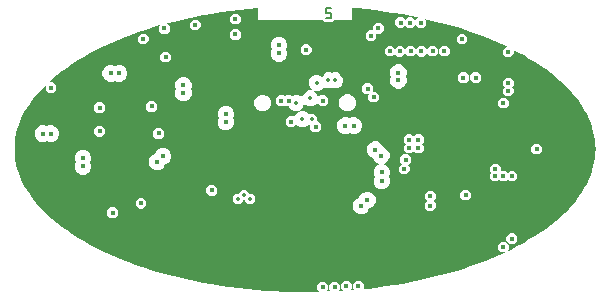
<source format=gtl>
G04 EAGLE Gerber RS-274X export*
G75*
%MOMM*%
%FSLAX34Y34*%
%LPD*%
%IN8_Layer_5*%
%IPPOS*%
%AMOC8*
5,1,8,0,0,1.08239X$1,22.5*%
G01*
%ADD10C,0.152400*%
%ADD11C,0.800000*%
%ADD12C,0.500000*%
%ADD13C,0.550000*%
%ADD14C,0.400000*%
%ADD15C,0.350000*%

G36*
X255872Y4035D02*
X255872Y4035D01*
X255873Y4035D01*
X262466Y4165D01*
X262467Y4166D01*
X262469Y4166D01*
X262469Y4168D01*
X262471Y4170D01*
X262469Y4171D01*
X262469Y4174D01*
X260505Y6138D01*
X260505Y9862D01*
X263138Y12495D01*
X266862Y12495D01*
X269495Y9862D01*
X269495Y6138D01*
X267698Y4341D01*
X267698Y4339D01*
X267696Y4338D01*
X267697Y4336D01*
X267697Y4334D01*
X267700Y4334D01*
X267701Y4332D01*
X271505Y4467D01*
X272131Y4500D01*
X272133Y4501D01*
X272134Y4501D01*
X272134Y4503D01*
X272136Y4504D01*
X272135Y4506D01*
X272135Y4508D01*
X270505Y6138D01*
X270505Y9862D01*
X273138Y12495D01*
X276862Y12495D01*
X279495Y9862D01*
X279495Y6138D01*
X278177Y4820D01*
X278177Y4818D01*
X278175Y4816D01*
X278176Y4815D01*
X278176Y4813D01*
X278179Y4813D01*
X278181Y4811D01*
X279293Y4868D01*
X282543Y5088D01*
X282545Y5089D01*
X282546Y5089D01*
X282546Y5091D01*
X282548Y5092D01*
X282546Y5094D01*
X282547Y5096D01*
X280505Y7138D01*
X280505Y10862D01*
X283138Y13495D01*
X286862Y13495D01*
X289495Y10862D01*
X289495Y7138D01*
X287823Y5465D01*
X287822Y5463D01*
X287821Y5462D01*
X287822Y5461D01*
X287822Y5459D01*
X287825Y5459D01*
X287826Y5457D01*
X291839Y5793D01*
X291840Y5794D01*
X291841Y5794D01*
X291841Y5795D01*
X291843Y5797D01*
X291842Y5799D01*
X291842Y5801D01*
X290505Y7138D01*
X290505Y10862D01*
X293138Y13495D01*
X296862Y13495D01*
X299495Y10862D01*
X299495Y7138D01*
X298807Y6450D01*
X298807Y6448D01*
X298806Y6447D01*
X298807Y6446D01*
X298807Y6444D01*
X298809Y6443D01*
X298811Y6442D01*
X302448Y6805D01*
X310069Y7693D01*
X317631Y8701D01*
X325124Y9827D01*
X332539Y11071D01*
X339871Y12431D01*
X347111Y13905D01*
X354253Y15493D01*
X354254Y15493D01*
X361289Y17192D01*
X368214Y19001D01*
X375016Y20917D01*
X381690Y22939D01*
X388232Y25064D01*
X394633Y27290D01*
X400886Y29615D01*
X406985Y32036D01*
X412924Y34550D01*
X418698Y37155D01*
X419407Y37495D01*
X419408Y37498D01*
X419409Y37499D01*
X419409Y37500D01*
X419409Y37501D01*
X419406Y37503D01*
X419404Y37505D01*
X416138Y37505D01*
X413505Y40138D01*
X413505Y43862D01*
X416138Y46495D01*
X419862Y46495D01*
X422495Y43862D01*
X422495Y40138D01*
X420286Y37929D01*
X420286Y37927D01*
X420285Y37926D01*
X420286Y37926D01*
X420285Y37924D01*
X420286Y37923D01*
X420285Y37922D01*
X420289Y37922D01*
X420290Y37921D01*
X420291Y37921D01*
X420292Y37921D01*
X424299Y39847D01*
X429724Y42624D01*
X434963Y45482D01*
X440015Y48418D01*
X444871Y51428D01*
X444872Y51428D01*
X449531Y54510D01*
X449531Y54511D01*
X453986Y57659D01*
X458234Y60872D01*
X462268Y64144D01*
X462269Y64144D01*
X466088Y67472D01*
X469687Y70851D01*
X469688Y70851D01*
X473064Y74277D01*
X476216Y77747D01*
X479139Y81256D01*
X481831Y84799D01*
X484291Y88373D01*
X484292Y88373D01*
X486518Y91973D01*
X488511Y95596D01*
X490268Y99236D01*
X490268Y99237D01*
X491790Y102893D01*
X491791Y102893D01*
X493077Y106561D01*
X493077Y106562D01*
X493078Y106562D01*
X494130Y110239D01*
X494947Y113924D01*
X495531Y117614D01*
X495881Y121306D01*
X495998Y125000D01*
X495881Y128694D01*
X495531Y132386D01*
X494947Y136076D01*
X494130Y139761D01*
X493078Y143438D01*
X493077Y143439D01*
X491791Y147107D01*
X491790Y147107D01*
X490268Y150763D01*
X490268Y150764D01*
X488511Y154404D01*
X486518Y158027D01*
X484292Y161627D01*
X484291Y161627D01*
X481831Y165201D01*
X479139Y168744D01*
X476216Y172253D01*
X473064Y175723D01*
X469688Y179149D01*
X469687Y179149D01*
X466088Y182528D01*
X462269Y185856D01*
X462268Y185856D01*
X458234Y189128D01*
X453986Y192341D01*
X449531Y195489D01*
X449531Y195490D01*
X444871Y198572D01*
X440015Y201582D01*
X434963Y204518D01*
X429724Y207376D01*
X426182Y209189D01*
X426179Y209189D01*
X426176Y209189D01*
X426176Y209188D01*
X426175Y209188D01*
X426176Y209185D01*
X426176Y209184D01*
X426176Y209181D01*
X426495Y208862D01*
X426495Y205138D01*
X423862Y202505D01*
X420138Y202505D01*
X417505Y205138D01*
X417505Y208862D01*
X420138Y211495D01*
X421485Y211495D01*
X421487Y211497D01*
X421489Y211497D01*
X421489Y211499D01*
X421490Y211500D01*
X421488Y211502D01*
X421487Y211505D01*
X418698Y212845D01*
X412924Y215450D01*
X406985Y217964D01*
X400886Y220385D01*
X394633Y222710D01*
X388232Y224936D01*
X381690Y227061D01*
X375016Y229083D01*
X368213Y230999D01*
X361289Y232808D01*
X354254Y234507D01*
X351180Y235190D01*
X351179Y235190D01*
X351178Y235189D01*
X351176Y235190D01*
X351175Y235188D01*
X351174Y235187D01*
X351175Y235186D01*
X351174Y235186D01*
X351175Y235184D01*
X351175Y235182D01*
X352495Y233862D01*
X352495Y230138D01*
X349862Y227505D01*
X346138Y227505D01*
X343504Y230139D01*
X343497Y230140D01*
X343497Y230139D01*
X343496Y230139D01*
X340862Y227505D01*
X337138Y227505D01*
X335004Y229639D01*
X335001Y229639D01*
X335001Y229640D01*
X334999Y229640D01*
X334997Y229640D01*
X334997Y229639D01*
X334996Y229639D01*
X332862Y227505D01*
X329138Y227505D01*
X326505Y230138D01*
X326505Y233862D01*
X329138Y236495D01*
X332862Y236495D01*
X334996Y234361D01*
X334999Y234361D01*
X334999Y234360D01*
X335001Y234360D01*
X335003Y234360D01*
X335003Y234361D01*
X335004Y234361D01*
X337138Y236495D01*
X340862Y236495D01*
X343496Y233861D01*
X343503Y233860D01*
X343503Y233861D01*
X343504Y233861D01*
X345964Y236321D01*
X345964Y236322D01*
X345965Y236323D01*
X345964Y236324D01*
X345964Y236327D01*
X345962Y236327D01*
X345961Y236329D01*
X339871Y237569D01*
X332539Y238929D01*
X325124Y240173D01*
X317632Y241299D01*
X317631Y241299D01*
X310069Y242307D01*
X302448Y243195D01*
X294772Y243962D01*
X290000Y244361D01*
X289995Y244357D01*
X289996Y244357D01*
X289995Y244356D01*
X289995Y234005D01*
X274102Y234005D01*
X274101Y234003D01*
X274099Y234004D01*
X272600Y232505D01*
X266296Y232505D01*
X264798Y234004D01*
X264795Y234004D01*
X264794Y234005D01*
X210005Y234005D01*
X210005Y244365D01*
X210001Y244369D01*
X210000Y244369D01*
X210000Y244370D01*
X209973Y244367D01*
X209907Y244363D01*
X209841Y244358D01*
X209776Y244353D01*
X209775Y244353D01*
X209710Y244348D01*
X209644Y244343D01*
X209578Y244338D01*
X209513Y244333D01*
X209447Y244328D01*
X209381Y244323D01*
X209315Y244318D01*
X209250Y244313D01*
X209184Y244308D01*
X209118Y244303D01*
X209082Y244300D01*
X201384Y243594D01*
X193732Y242766D01*
X186141Y241818D01*
X178613Y240751D01*
X171159Y239566D01*
X163783Y238264D01*
X156497Y236846D01*
X149306Y235315D01*
X149305Y235315D01*
X142214Y233671D01*
X142213Y233671D01*
X135234Y231917D01*
X133045Y231323D01*
X133044Y231322D01*
X133043Y231322D01*
X133043Y231320D01*
X133041Y231318D01*
X133043Y231317D01*
X133042Y231315D01*
X135495Y228862D01*
X135495Y225138D01*
X132862Y222505D01*
X129138Y222505D01*
X126505Y225138D01*
X126505Y228862D01*
X127406Y229763D01*
X127406Y229765D01*
X127407Y229767D01*
X127406Y229768D01*
X127406Y229770D01*
X127403Y229770D01*
X127401Y229771D01*
X121631Y228085D01*
X115022Y226012D01*
X115022Y226011D01*
X108550Y223835D01*
X102222Y221559D01*
X96045Y219186D01*
X90024Y216718D01*
X84167Y214159D01*
X78479Y211510D01*
X72967Y208775D01*
X72966Y208775D01*
X67634Y205957D01*
X62487Y203060D01*
X57532Y200086D01*
X52774Y197039D01*
X48216Y193923D01*
X43864Y190742D01*
X39722Y187500D01*
X35795Y184199D01*
X32084Y180845D01*
X28596Y177442D01*
X28596Y177441D01*
X25332Y173993D01*
X22294Y170503D01*
X19486Y166977D01*
X19486Y166976D01*
X16910Y163418D01*
X14566Y159830D01*
X12456Y156219D01*
X12456Y156218D01*
X10581Y152586D01*
X8941Y148937D01*
X8941Y148936D01*
X7537Y145274D01*
X7536Y145274D01*
X6367Y141601D01*
X5432Y137919D01*
X4731Y134232D01*
X4732Y134232D01*
X4731Y134232D01*
X4731Y134231D01*
X4731Y134226D01*
X4730Y134221D01*
X4729Y134216D01*
X4726Y134191D01*
X4726Y134186D01*
X4725Y134181D01*
X4724Y134176D01*
X4724Y134171D01*
X4720Y134141D01*
X4719Y134136D01*
X4719Y134131D01*
X4718Y134126D01*
X4714Y134097D01*
X4714Y134092D01*
X4713Y134087D01*
X4712Y134082D01*
X4712Y134077D01*
X4709Y134052D01*
X4708Y134047D01*
X4707Y134042D01*
X4707Y134037D01*
X4706Y134032D01*
X4702Y134002D01*
X4702Y133997D01*
X4701Y133992D01*
X4701Y133987D01*
X4697Y133958D01*
X4697Y133957D01*
X4696Y133953D01*
X4696Y133952D01*
X4696Y133948D01*
X4695Y133948D01*
X4696Y133948D01*
X4695Y133943D01*
X4694Y133938D01*
X4691Y133913D01*
X4690Y133908D01*
X4690Y133903D01*
X4689Y133898D01*
X4689Y133893D01*
X4685Y133868D01*
X4685Y133863D01*
X4684Y133858D01*
X4684Y133853D01*
X4683Y133848D01*
X4679Y133818D01*
X4679Y133813D01*
X4678Y133808D01*
X4677Y133803D01*
X4674Y133774D01*
X4673Y133774D01*
X4674Y133774D01*
X4673Y133769D01*
X4672Y133764D01*
X4672Y133759D01*
X4671Y133754D01*
X4668Y133729D01*
X4667Y133724D01*
X4667Y133719D01*
X4666Y133714D01*
X4665Y133709D01*
X4662Y133679D01*
X4661Y133674D01*
X4660Y133669D01*
X4660Y133664D01*
X4656Y133635D01*
X4656Y133634D01*
X4655Y133630D01*
X4655Y133625D01*
X4654Y133620D01*
X4653Y133615D01*
X4650Y133590D01*
X4650Y133585D01*
X4649Y133580D01*
X4648Y133575D01*
X4648Y133570D01*
X4644Y133540D01*
X4643Y133535D01*
X4643Y133530D01*
X4642Y133525D01*
X4638Y133495D01*
X4638Y133490D01*
X4637Y133485D01*
X4636Y133481D01*
X4636Y133480D01*
X4636Y133476D01*
X4636Y133475D01*
X4633Y133451D01*
X4632Y133446D01*
X4631Y133441D01*
X4631Y133436D01*
X4630Y133431D01*
X4626Y133401D01*
X4626Y133396D01*
X4625Y133391D01*
X4625Y133386D01*
X4624Y133386D01*
X4625Y133386D01*
X4621Y133356D01*
X4620Y133351D01*
X4619Y133346D01*
X4619Y133341D01*
X4618Y133336D01*
X4615Y133312D01*
X4614Y133307D01*
X4614Y133302D01*
X4613Y133297D01*
X4613Y133292D01*
X4609Y133262D01*
X4608Y133257D01*
X4608Y133252D01*
X4607Y133247D01*
X4603Y133217D01*
X4603Y133212D01*
X4602Y133212D01*
X4603Y133212D01*
X4602Y133207D01*
X4601Y133202D01*
X4601Y133197D01*
X4597Y133172D01*
X4597Y133167D01*
X4596Y133163D01*
X4596Y133162D01*
X4596Y133158D01*
X4596Y133157D01*
X4595Y133153D01*
X4591Y133123D01*
X4591Y133118D01*
X4590Y133113D01*
X4589Y133108D01*
X4586Y133078D01*
X4585Y133073D01*
X4584Y133068D01*
X4584Y133063D01*
X4580Y133033D01*
X4579Y133028D01*
X4579Y133023D01*
X4578Y133018D01*
X4577Y133013D01*
X4574Y132989D01*
X4574Y132984D01*
X4573Y132979D01*
X4572Y132974D01*
X4572Y132969D01*
X4568Y132939D01*
X4567Y132934D01*
X4567Y132929D01*
X4566Y132924D01*
X4562Y132894D01*
X4562Y132889D01*
X4561Y132884D01*
X4560Y132879D01*
X4560Y132874D01*
X4557Y132849D01*
X4556Y132845D01*
X4556Y132844D01*
X4555Y132840D01*
X4555Y132839D01*
X4555Y132835D01*
X4554Y132830D01*
X4550Y132800D01*
X4550Y132795D01*
X4549Y132790D01*
X4548Y132785D01*
X4545Y132755D01*
X4544Y132750D01*
X4543Y132745D01*
X4543Y132740D01*
X4542Y132735D01*
X4539Y132710D01*
X4538Y132705D01*
X4538Y132700D01*
X4537Y132695D01*
X4537Y132690D01*
X4533Y132661D01*
X4532Y132656D01*
X4532Y132651D01*
X4531Y132651D01*
X4532Y132651D01*
X4531Y132646D01*
X4527Y132616D01*
X4526Y132611D01*
X4526Y132606D01*
X4525Y132601D01*
X4525Y132596D01*
X4521Y132571D01*
X4521Y132566D01*
X4520Y132561D01*
X4520Y132556D01*
X4519Y132551D01*
X4515Y132522D01*
X4515Y132521D01*
X4515Y132517D01*
X4514Y132512D01*
X4513Y132507D01*
X4510Y132477D01*
X4509Y132477D01*
X4510Y132477D01*
X4509Y132472D01*
X4508Y132467D01*
X4508Y132462D01*
X4507Y132457D01*
X4504Y132432D01*
X4503Y132427D01*
X4503Y132422D01*
X4502Y132417D01*
X4501Y132412D01*
X4498Y132382D01*
X4497Y132377D01*
X4496Y132372D01*
X4496Y132368D01*
X4496Y132367D01*
X4492Y132338D01*
X4491Y132333D01*
X4491Y132328D01*
X4490Y132323D01*
X4486Y132293D01*
X4486Y132288D01*
X4485Y132283D01*
X4484Y132278D01*
X4484Y132273D01*
X4481Y132248D01*
X4480Y132243D01*
X4479Y132238D01*
X4479Y132233D01*
X4478Y132228D01*
X4474Y132199D01*
X4474Y132194D01*
X4473Y132189D01*
X4472Y132184D01*
X4469Y132154D01*
X4468Y132149D01*
X4467Y132144D01*
X4467Y132139D01*
X4466Y132134D01*
X4463Y132109D01*
X4462Y132104D01*
X4462Y132099D01*
X4461Y132094D01*
X4461Y132089D01*
X4460Y132089D01*
X4457Y132059D01*
X4456Y132054D01*
X4455Y132050D01*
X4455Y132049D01*
X4455Y132045D01*
X4455Y132044D01*
X4451Y132015D01*
X4450Y132010D01*
X4450Y132005D01*
X4449Y132000D01*
X4449Y131995D01*
X4445Y131970D01*
X4445Y131965D01*
X4444Y131960D01*
X4444Y131955D01*
X4443Y131950D01*
X4439Y131920D01*
X4439Y131915D01*
X4438Y131915D01*
X4439Y131915D01*
X4438Y131910D01*
X4437Y131905D01*
X4433Y131876D01*
X4433Y131871D01*
X4432Y131866D01*
X4432Y131861D01*
X4431Y131856D01*
X4428Y131831D01*
X4427Y131826D01*
X4427Y131821D01*
X4426Y131816D01*
X4425Y131811D01*
X4422Y131781D01*
X4421Y131776D01*
X4420Y131771D01*
X4420Y131766D01*
X4416Y131736D01*
X4415Y131732D01*
X4415Y131731D01*
X4415Y131727D01*
X4415Y131726D01*
X4414Y131722D01*
X4413Y131717D01*
X4410Y131692D01*
X4410Y131687D01*
X4409Y131682D01*
X4408Y131677D01*
X4408Y131672D01*
X4404Y131642D01*
X4403Y131637D01*
X4403Y131632D01*
X4402Y131627D01*
X4398Y131597D01*
X4398Y131592D01*
X4397Y131587D01*
X4396Y131582D01*
X4393Y131553D01*
X4392Y131548D01*
X4391Y131543D01*
X4391Y131538D01*
X4390Y131533D01*
X4387Y131508D01*
X4386Y131503D01*
X4386Y131498D01*
X4385Y131493D01*
X4384Y131488D01*
X4381Y131458D01*
X4380Y131453D01*
X4379Y131448D01*
X4379Y131443D01*
X4375Y131414D01*
X4375Y131413D01*
X4374Y131409D01*
X4374Y131408D01*
X4374Y131404D01*
X4373Y131399D01*
X4373Y131394D01*
X4369Y131369D01*
X4369Y131364D01*
X4368Y131359D01*
X4368Y131354D01*
X4367Y131354D01*
X4368Y131354D01*
X4367Y131349D01*
X4363Y131319D01*
X4362Y131314D01*
X4362Y131309D01*
X4361Y131304D01*
X4357Y131274D01*
X4357Y131269D01*
X4356Y131264D01*
X4356Y131259D01*
X4355Y131255D01*
X4355Y131254D01*
X4352Y131230D01*
X4351Y131225D01*
X4351Y131220D01*
X4350Y131215D01*
X4349Y131210D01*
X4346Y131180D01*
X4345Y131180D01*
X4346Y131180D01*
X4345Y131175D01*
X4344Y131170D01*
X4344Y131165D01*
X4340Y131135D01*
X4339Y131130D01*
X4339Y131125D01*
X4338Y131120D01*
X4337Y131115D01*
X4334Y131091D01*
X4334Y131090D01*
X4334Y131086D01*
X4333Y131081D01*
X4332Y131076D01*
X4332Y131071D01*
X4328Y131041D01*
X4327Y131036D01*
X4327Y131031D01*
X4326Y131026D01*
X4322Y130996D01*
X4322Y130991D01*
X4321Y130986D01*
X4320Y130981D01*
X4320Y130976D01*
X4317Y130951D01*
X4316Y130946D01*
X4315Y130941D01*
X4315Y130937D01*
X4315Y130936D01*
X4314Y130932D01*
X4314Y130931D01*
X4310Y130902D01*
X4310Y130897D01*
X4309Y130892D01*
X4308Y130887D01*
X4305Y130857D01*
X4304Y130852D01*
X4303Y130847D01*
X4303Y130842D01*
X4299Y130812D01*
X4298Y130807D01*
X4298Y130802D01*
X4297Y130797D01*
X4297Y130792D01*
X4296Y130792D01*
X4293Y130768D01*
X4293Y130763D01*
X4292Y130758D01*
X4291Y130753D01*
X4291Y130748D01*
X4287Y130718D01*
X4286Y130713D01*
X4286Y130708D01*
X4285Y130703D01*
X4281Y130673D01*
X4281Y130668D01*
X4280Y130663D01*
X4280Y130658D01*
X4279Y130653D01*
X4276Y130628D01*
X4275Y130623D01*
X4275Y130619D01*
X4274Y130618D01*
X4275Y130618D01*
X4274Y130614D01*
X4274Y130613D01*
X4273Y130609D01*
X4269Y130579D01*
X4269Y130574D01*
X4268Y130569D01*
X4268Y130564D01*
X4265Y130540D01*
X4264Y130534D01*
X4264Y130529D01*
X4264Y130524D01*
X4257Y130415D01*
X4256Y130410D01*
X4256Y130405D01*
X4249Y130296D01*
X4249Y130295D01*
X4249Y130291D01*
X4249Y130286D01*
X4242Y130176D01*
X4241Y130171D01*
X4241Y130166D01*
X4241Y130161D01*
X4234Y130057D01*
X4234Y130052D01*
X4233Y130047D01*
X4233Y130042D01*
X4227Y129938D01*
X4226Y129933D01*
X4226Y129928D01*
X4226Y129923D01*
X4219Y129819D01*
X4219Y129818D01*
X4219Y129814D01*
X4218Y129809D01*
X4218Y129804D01*
X4212Y129699D01*
X4211Y129699D01*
X4212Y129699D01*
X4211Y129694D01*
X4211Y129689D01*
X4211Y129684D01*
X4204Y129575D01*
X4203Y129570D01*
X4203Y129565D01*
X4196Y129456D01*
X4196Y129451D01*
X4196Y129446D01*
X4195Y129446D01*
X4189Y129337D01*
X4188Y129332D01*
X4188Y129327D01*
X4181Y129217D01*
X4181Y129212D01*
X4180Y129207D01*
X4174Y129098D01*
X4173Y129093D01*
X4173Y129088D01*
X4166Y128979D01*
X4166Y128974D01*
X4165Y128969D01*
X4158Y128860D01*
X4158Y128855D01*
X4158Y128850D01*
X4151Y128740D01*
X4151Y128735D01*
X4150Y128730D01*
X4143Y128621D01*
X4143Y128616D01*
X4143Y128611D01*
X4136Y128502D01*
X4136Y128497D01*
X4135Y128492D01*
X4128Y128383D01*
X4128Y128378D01*
X4128Y128373D01*
X4121Y128263D01*
X4121Y128258D01*
X4120Y128258D01*
X4121Y128258D01*
X4120Y128253D01*
X4113Y128144D01*
X4113Y128139D01*
X4113Y128134D01*
X4106Y128025D01*
X4105Y128020D01*
X4105Y128015D01*
X4098Y127906D01*
X4098Y127901D01*
X4098Y127896D01*
X4091Y127786D01*
X4090Y127781D01*
X4090Y127776D01*
X4083Y127667D01*
X4083Y127662D01*
X4083Y127657D01*
X4076Y127548D01*
X4075Y127543D01*
X4075Y127538D01*
X4068Y127429D01*
X4068Y127424D01*
X4067Y127419D01*
X4061Y127309D01*
X4060Y127304D01*
X4060Y127299D01*
X4053Y127190D01*
X4053Y127185D01*
X4052Y127180D01*
X4046Y127071D01*
X4045Y127071D01*
X4046Y127071D01*
X4045Y127066D01*
X4045Y127061D01*
X4038Y126952D01*
X4038Y126947D01*
X4037Y126942D01*
X4031Y126847D01*
X4032Y126847D01*
X4031Y126847D01*
X4031Y123153D01*
X4032Y123153D01*
X4031Y123153D01*
X4265Y119460D01*
X4731Y115768D01*
X4732Y115768D01*
X4731Y115768D01*
X5432Y112081D01*
X6367Y108399D01*
X7536Y104726D01*
X7537Y104726D01*
X8941Y101064D01*
X8941Y101063D01*
X10581Y97414D01*
X12456Y93782D01*
X12456Y93781D01*
X14566Y90170D01*
X16910Y86582D01*
X19486Y83024D01*
X19486Y83023D01*
X22294Y79497D01*
X25332Y76007D01*
X28596Y72559D01*
X28596Y72558D01*
X32084Y69155D01*
X35795Y65801D01*
X39722Y62500D01*
X43864Y59258D01*
X48216Y56077D01*
X52774Y52961D01*
X57532Y49914D01*
X62487Y46940D01*
X67634Y44043D01*
X72966Y41225D01*
X72967Y41225D01*
X78479Y38490D01*
X84167Y35841D01*
X90024Y33282D01*
X96045Y30814D01*
X102222Y28440D01*
X108550Y26165D01*
X115022Y23989D01*
X115022Y23988D01*
X121631Y21915D01*
X128371Y19945D01*
X135234Y18083D01*
X142213Y16329D01*
X149305Y14685D01*
X156497Y13154D01*
X163783Y11736D01*
X171159Y10434D01*
X178613Y9249D01*
X186141Y8182D01*
X193733Y7234D01*
X201384Y6406D01*
X209082Y5700D01*
X216823Y5115D01*
X224597Y4653D01*
X232397Y4313D01*
X240215Y4097D01*
X248043Y4004D01*
X255872Y4035D01*
G37*
%LPC*%
G36*
X241158Y157355D02*
X241158Y157355D01*
X238679Y158382D01*
X236782Y160279D01*
X236275Y161502D01*
X236272Y161503D01*
X236271Y161505D01*
X234138Y161505D01*
X233004Y162639D01*
X232997Y162640D01*
X232997Y162639D01*
X232996Y162639D01*
X231862Y161505D01*
X228138Y161505D01*
X225505Y164138D01*
X225505Y167862D01*
X228138Y170495D01*
X231862Y170495D01*
X232996Y169361D01*
X233003Y169360D01*
X233003Y169361D01*
X233004Y169361D01*
X234138Y170495D01*
X237862Y170495D01*
X238605Y169752D01*
X238612Y169751D01*
X238612Y169752D01*
X238613Y169752D01*
X238679Y169818D01*
X241158Y170845D01*
X243842Y170845D01*
X246321Y169818D01*
X247746Y168393D01*
X247748Y168393D01*
X247749Y168391D01*
X247751Y168393D01*
X247753Y168392D01*
X247753Y168395D01*
X247755Y168396D01*
X247755Y169206D01*
X248782Y171685D01*
X250679Y173582D01*
X253158Y174609D01*
X255842Y174609D01*
X258321Y173582D01*
X260218Y171685D01*
X261245Y169206D01*
X261245Y168614D01*
X261246Y168613D01*
X261246Y168611D01*
X261248Y168611D01*
X261250Y168609D01*
X261251Y168611D01*
X261254Y168611D01*
X263138Y170495D01*
X266862Y170495D01*
X269495Y167862D01*
X269495Y164138D01*
X266862Y161505D01*
X263138Y161505D01*
X260505Y164138D01*
X260505Y164710D01*
X260503Y164712D01*
X260502Y164714D01*
X260501Y164714D01*
X260500Y164715D01*
X260498Y164713D01*
X260495Y164712D01*
X260218Y164043D01*
X258321Y162146D01*
X255842Y161119D01*
X253158Y161119D01*
X250679Y162146D01*
X249254Y163571D01*
X249252Y163571D01*
X249251Y163573D01*
X249249Y163571D01*
X249247Y163572D01*
X249247Y163569D01*
X249245Y163568D01*
X249245Y162758D01*
X248218Y160279D01*
X246321Y158382D01*
X243842Y157355D01*
X241158Y157355D01*
G37*
%LPD*%
%LPC*%
G36*
X258658Y174255D02*
X258658Y174255D01*
X256179Y175282D01*
X254282Y177179D01*
X253255Y179658D01*
X253255Y182342D01*
X254282Y184821D01*
X256179Y186718D01*
X258658Y187745D01*
X261342Y187745D01*
X263821Y186718D01*
X263864Y186675D01*
X263865Y186675D01*
X263865Y186674D01*
X263867Y186675D01*
X263871Y186675D01*
X263871Y186676D01*
X263872Y186677D01*
X263932Y186821D01*
X265829Y188718D01*
X268308Y189745D01*
X270992Y189745D01*
X272498Y189121D01*
X272500Y189122D01*
X272502Y189121D01*
X274008Y189745D01*
X276692Y189745D01*
X279171Y188718D01*
X281068Y186821D01*
X282095Y184342D01*
X282095Y181658D01*
X281068Y179179D01*
X279171Y177282D01*
X276692Y176255D01*
X274008Y176255D01*
X272502Y176879D01*
X272500Y176878D01*
X272498Y176879D01*
X270992Y176255D01*
X268308Y176255D01*
X265829Y177282D01*
X265786Y177325D01*
X265785Y177325D01*
X265785Y177326D01*
X265783Y177325D01*
X265779Y177325D01*
X265779Y177324D01*
X265778Y177323D01*
X265718Y177179D01*
X263821Y175282D01*
X261342Y174255D01*
X258658Y174255D01*
G37*
%LPD*%
%LPC*%
G36*
X257138Y139505D02*
X257138Y139505D01*
X254505Y142138D01*
X254505Y145750D01*
X254500Y145755D01*
X254500Y145754D01*
X254500Y145755D01*
X254242Y145755D01*
X253340Y146656D01*
X253339Y146657D01*
X253338Y146656D01*
X253337Y146657D01*
X253336Y146656D01*
X253334Y146656D01*
X253334Y146655D01*
X253332Y146654D01*
X253218Y146379D01*
X251321Y144482D01*
X248842Y143455D01*
X246158Y143455D01*
X243679Y144482D01*
X242263Y145898D01*
X242256Y145899D01*
X242256Y145898D01*
X242255Y145898D01*
X239862Y143505D01*
X236138Y143505D01*
X233505Y146138D01*
X233505Y149862D01*
X236138Y152495D01*
X239862Y152495D01*
X240767Y151590D01*
X240768Y151590D01*
X240768Y151589D01*
X240770Y151590D01*
X240774Y151589D01*
X240774Y151591D01*
X240775Y151591D01*
X241782Y154021D01*
X243679Y155918D01*
X246158Y156945D01*
X248842Y156945D01*
X251321Y155918D01*
X253218Y154021D01*
X253449Y153463D01*
X253450Y153462D01*
X253452Y153461D01*
X253455Y153460D01*
X253456Y153461D01*
X253458Y153461D01*
X254242Y154245D01*
X257758Y154245D01*
X260245Y151758D01*
X260245Y148500D01*
X260250Y148495D01*
X260250Y148496D01*
X260250Y148495D01*
X260862Y148495D01*
X263495Y145862D01*
X263495Y142138D01*
X260862Y139505D01*
X257138Y139505D01*
G37*
%LPD*%
%LPC*%
G36*
X328638Y203205D02*
X328638Y203205D01*
X326104Y205739D01*
X326101Y205739D01*
X326100Y205740D01*
X326099Y205740D01*
X326097Y205740D01*
X326097Y205739D01*
X326096Y205739D01*
X323862Y203505D01*
X320138Y203505D01*
X317505Y206138D01*
X317505Y209862D01*
X320138Y212495D01*
X323862Y212495D01*
X326396Y209961D01*
X326403Y209960D01*
X326403Y209961D01*
X326404Y209961D01*
X328638Y212195D01*
X332362Y212195D01*
X334896Y209661D01*
X334898Y209661D01*
X334899Y209659D01*
X334901Y209661D01*
X334903Y209660D01*
X334903Y209663D01*
X334905Y209664D01*
X334905Y209862D01*
X337538Y212495D01*
X341262Y212495D01*
X343895Y209862D01*
X343895Y209564D01*
X343896Y209563D01*
X343896Y209561D01*
X343898Y209561D01*
X343900Y209559D01*
X343901Y209561D01*
X343904Y209561D01*
X346538Y212195D01*
X350262Y212195D01*
X352895Y209562D01*
X352895Y205838D01*
X350262Y203205D01*
X346538Y203205D01*
X343905Y205838D01*
X343905Y206136D01*
X343904Y206137D01*
X343904Y206139D01*
X343902Y206139D01*
X343900Y206141D01*
X343899Y206139D01*
X343896Y206139D01*
X341262Y203505D01*
X337538Y203505D01*
X335004Y206039D01*
X335002Y206039D01*
X335001Y206041D01*
X334999Y206039D01*
X334997Y206040D01*
X334997Y206037D01*
X334995Y206036D01*
X334995Y205838D01*
X332362Y203205D01*
X328638Y203205D01*
G37*
%LPD*%
%LPC*%
G36*
X313321Y112293D02*
X313321Y112293D01*
X310750Y113357D01*
X308782Y115325D01*
X307868Y117532D01*
X307866Y117533D01*
X307865Y117535D01*
X305659Y118449D01*
X303691Y120416D01*
X302626Y122987D01*
X302626Y125770D01*
X303691Y128341D01*
X305659Y130309D01*
X308230Y131374D01*
X311013Y131374D01*
X313584Y130309D01*
X315552Y128341D01*
X316466Y126135D01*
X316468Y126134D01*
X316468Y126132D01*
X318675Y125218D01*
X320643Y123250D01*
X321708Y120679D01*
X321708Y117896D01*
X320643Y115325D01*
X318675Y113357D01*
X316104Y112293D01*
X313321Y112293D01*
G37*
%LPD*%
%LPC*%
G36*
X296230Y69626D02*
X296230Y69626D01*
X293659Y70691D01*
X291691Y72659D01*
X290626Y75230D01*
X290626Y78013D01*
X291691Y80583D01*
X293659Y82551D01*
X295865Y83465D01*
X295866Y83467D01*
X295868Y83468D01*
X296782Y85675D01*
X298750Y87643D01*
X301321Y88707D01*
X304104Y88707D01*
X306675Y87643D01*
X308643Y85675D01*
X309708Y83104D01*
X309708Y80321D01*
X308643Y77750D01*
X306675Y75782D01*
X304468Y74868D01*
X304467Y74866D01*
X304465Y74865D01*
X303551Y72659D01*
X301584Y70691D01*
X299013Y69626D01*
X296230Y69626D01*
G37*
%LPD*%
%LPC*%
G36*
X313609Y90905D02*
X313609Y90905D01*
X311038Y91970D01*
X309070Y93938D01*
X308005Y96509D01*
X308005Y99291D01*
X308919Y101498D01*
X308918Y101500D01*
X308919Y101500D01*
X308918Y101501D01*
X308919Y101502D01*
X308005Y103709D01*
X308005Y106491D01*
X309070Y109062D01*
X311038Y111030D01*
X313609Y112095D01*
X316391Y112095D01*
X318962Y111030D01*
X320930Y109062D01*
X321995Y106491D01*
X321995Y103709D01*
X321081Y101502D01*
X321082Y101500D01*
X321081Y101498D01*
X321995Y99291D01*
X321995Y96509D01*
X320930Y93938D01*
X318962Y91970D01*
X316391Y90905D01*
X313609Y90905D01*
G37*
%LPD*%
%LPC*%
G36*
X84009Y182005D02*
X84009Y182005D01*
X81438Y183070D01*
X79470Y185038D01*
X78405Y187609D01*
X78405Y190391D01*
X79470Y192962D01*
X81438Y194930D01*
X84009Y195995D01*
X86791Y195995D01*
X88998Y195081D01*
X89000Y195082D01*
X89002Y195081D01*
X91209Y195995D01*
X93991Y195995D01*
X96562Y194930D01*
X98530Y192962D01*
X99595Y190391D01*
X99595Y187609D01*
X98530Y185038D01*
X96562Y183070D01*
X93991Y182005D01*
X91209Y182005D01*
X89002Y182919D01*
X89001Y182919D01*
X88999Y182919D01*
X88998Y182919D01*
X86791Y182005D01*
X84009Y182005D01*
G37*
%LPD*%
%LPC*%
G36*
X282759Y137705D02*
X282759Y137705D01*
X280188Y138770D01*
X278220Y140738D01*
X277155Y143309D01*
X277155Y146091D01*
X278220Y148662D01*
X280188Y150630D01*
X282759Y151695D01*
X285541Y151695D01*
X287495Y150886D01*
X287497Y150887D01*
X287499Y150886D01*
X289810Y151844D01*
X292593Y151844D01*
X295164Y150779D01*
X297132Y148811D01*
X298197Y146240D01*
X298197Y143457D01*
X297132Y140886D01*
X295164Y138918D01*
X292593Y137853D01*
X289810Y137853D01*
X287857Y138662D01*
X287856Y138662D01*
X287854Y138662D01*
X287853Y138662D01*
X285541Y137705D01*
X282759Y137705D01*
G37*
%LPD*%
%LPC*%
G36*
X226609Y199055D02*
X226609Y199055D01*
X224038Y200120D01*
X222070Y202088D01*
X221005Y204659D01*
X221005Y207441D01*
X221765Y209277D01*
X221765Y209280D01*
X221765Y209281D01*
X220905Y211359D01*
X220905Y214141D01*
X221970Y216712D01*
X223938Y218680D01*
X226509Y219745D01*
X229291Y219745D01*
X231862Y218680D01*
X233830Y216712D01*
X234895Y214141D01*
X234895Y211359D01*
X234135Y209523D01*
X234135Y209522D01*
X234135Y209520D01*
X234135Y209519D01*
X234995Y207441D01*
X234995Y204659D01*
X233930Y202088D01*
X231962Y200120D01*
X229391Y199055D01*
X226609Y199055D01*
G37*
%LPD*%
%LPC*%
G36*
X181509Y140755D02*
X181509Y140755D01*
X178938Y141820D01*
X176970Y143788D01*
X175905Y146359D01*
X175905Y149141D01*
X176765Y151219D01*
X176765Y151221D01*
X176765Y151223D01*
X176005Y153059D01*
X176005Y155841D01*
X177070Y158412D01*
X179038Y160380D01*
X181609Y161445D01*
X184391Y161445D01*
X186962Y160380D01*
X188930Y158412D01*
X189995Y155841D01*
X189995Y153059D01*
X189135Y150981D01*
X189135Y150980D01*
X189135Y150979D01*
X189135Y150977D01*
X189895Y149141D01*
X189895Y146359D01*
X188830Y143788D01*
X186862Y141820D01*
X184291Y140755D01*
X181509Y140755D01*
G37*
%LPD*%
%LPC*%
G36*
X123573Y106969D02*
X123573Y106969D01*
X121002Y108034D01*
X119034Y110002D01*
X117969Y112573D01*
X117969Y115356D01*
X119034Y117927D01*
X121002Y119895D01*
X122959Y120705D01*
X122960Y120707D01*
X122961Y120708D01*
X123772Y122665D01*
X125740Y124632D01*
X128311Y125697D01*
X131093Y125697D01*
X133664Y124632D01*
X135632Y122665D01*
X136697Y120094D01*
X136697Y117311D01*
X135632Y114740D01*
X133664Y112772D01*
X131708Y111961D01*
X131707Y111959D01*
X131705Y111959D01*
X130895Y110002D01*
X128927Y108034D01*
X126356Y106969D01*
X123573Y106969D01*
G37*
%LPD*%
%LPC*%
G36*
X327609Y176005D02*
X327609Y176005D01*
X325038Y177070D01*
X323070Y179038D01*
X322005Y181609D01*
X322005Y184391D01*
X322815Y186348D01*
X322815Y186350D01*
X322815Y186352D01*
X322005Y188309D01*
X322005Y191091D01*
X323070Y193662D01*
X325038Y195630D01*
X327609Y196695D01*
X330391Y196695D01*
X332962Y195630D01*
X334930Y193662D01*
X335995Y191091D01*
X335995Y188309D01*
X335185Y186352D01*
X335185Y186350D01*
X335185Y186348D01*
X335995Y184391D01*
X335995Y181609D01*
X334930Y179038D01*
X332962Y177070D01*
X330391Y176005D01*
X327609Y176005D01*
G37*
%LPD*%
%LPC*%
G36*
X60609Y103305D02*
X60609Y103305D01*
X58038Y104370D01*
X56070Y106338D01*
X55005Y108909D01*
X55005Y111691D01*
X55815Y113648D01*
X55815Y113649D01*
X55815Y113650D01*
X55815Y113652D01*
X55005Y115609D01*
X55005Y118391D01*
X56070Y120962D01*
X58038Y122930D01*
X60609Y123995D01*
X63391Y123995D01*
X65962Y122930D01*
X67930Y120962D01*
X68995Y118391D01*
X68995Y115609D01*
X68185Y113652D01*
X68185Y113651D01*
X68185Y113650D01*
X68185Y113649D01*
X68185Y113648D01*
X68995Y111691D01*
X68995Y108909D01*
X67930Y106338D01*
X65962Y104370D01*
X63391Y103305D01*
X60609Y103305D01*
G37*
%LPD*%
%LPC*%
G36*
X145609Y165305D02*
X145609Y165305D01*
X143038Y166370D01*
X141070Y168338D01*
X140005Y170909D01*
X140005Y173691D01*
X140815Y175648D01*
X140815Y175649D01*
X140816Y175649D01*
X140815Y175650D01*
X140815Y175652D01*
X140005Y177609D01*
X140005Y180391D01*
X141070Y182962D01*
X143038Y184930D01*
X145609Y185995D01*
X148391Y185995D01*
X150962Y184930D01*
X152930Y182962D01*
X153995Y180391D01*
X153995Y177609D01*
X153185Y175652D01*
X153185Y175651D01*
X153185Y175650D01*
X153185Y175649D01*
X153185Y175648D01*
X153995Y173691D01*
X153995Y170909D01*
X152930Y168338D01*
X150962Y166370D01*
X148391Y165305D01*
X145609Y165305D01*
G37*
%LPD*%
%LPC*%
G36*
X26609Y131005D02*
X26609Y131005D01*
X24038Y132070D01*
X22070Y134038D01*
X21005Y136609D01*
X21005Y139391D01*
X22070Y141962D01*
X24038Y143930D01*
X26609Y144995D01*
X29391Y144995D01*
X31348Y144185D01*
X31350Y144185D01*
X31352Y144185D01*
X33309Y144995D01*
X36091Y144995D01*
X38662Y143930D01*
X40630Y141962D01*
X41695Y139391D01*
X41695Y136609D01*
X40630Y134038D01*
X38662Y132070D01*
X36091Y131005D01*
X33309Y131005D01*
X31352Y131815D01*
X31351Y131815D01*
X31349Y131815D01*
X31348Y131815D01*
X29391Y131005D01*
X26609Y131005D01*
G37*
%LPD*%
%LPC*%
G36*
X336138Y121505D02*
X336138Y121505D01*
X333505Y124138D01*
X333505Y127862D01*
X335139Y129496D01*
X335139Y129498D01*
X335141Y129499D01*
X335140Y129500D01*
X335140Y129503D01*
X335139Y129503D01*
X335139Y129504D01*
X333505Y131138D01*
X333505Y134862D01*
X336138Y137495D01*
X339862Y137495D01*
X341996Y135361D01*
X342003Y135360D01*
X342003Y135361D01*
X342004Y135361D01*
X344138Y137495D01*
X347862Y137495D01*
X350495Y134862D01*
X350495Y131138D01*
X348861Y129504D01*
X348861Y129502D01*
X348859Y129501D01*
X348860Y129499D01*
X348860Y129497D01*
X348861Y129497D01*
X348861Y129496D01*
X350495Y127862D01*
X350495Y124138D01*
X347862Y121505D01*
X344138Y121505D01*
X342004Y123639D01*
X341997Y123640D01*
X341997Y123639D01*
X341996Y123639D01*
X339862Y121505D01*
X336138Y121505D01*
G37*
%LPD*%
%LPC*%
G36*
X409138Y97505D02*
X409138Y97505D01*
X406505Y100138D01*
X406505Y103862D01*
X407639Y104996D01*
X407639Y104998D01*
X407640Y104998D01*
X407639Y104999D01*
X407640Y105003D01*
X407639Y105003D01*
X407639Y105004D01*
X406505Y106138D01*
X406505Y109862D01*
X409138Y112495D01*
X412862Y112495D01*
X415495Y109862D01*
X415495Y106138D01*
X414361Y105004D01*
X414360Y105000D01*
X414360Y104999D01*
X414360Y104997D01*
X414361Y104997D01*
X414361Y104996D01*
X414496Y104861D01*
X414499Y104861D01*
X414499Y104860D01*
X414501Y104860D01*
X414503Y104860D01*
X414503Y104861D01*
X414504Y104861D01*
X416138Y106495D01*
X419862Y106495D01*
X421496Y104861D01*
X421499Y104861D01*
X421499Y104860D01*
X421501Y104860D01*
X421503Y104860D01*
X421503Y104861D01*
X421504Y104861D01*
X423138Y106495D01*
X426862Y106495D01*
X429495Y103862D01*
X429495Y100138D01*
X426862Y97505D01*
X423138Y97505D01*
X421504Y99139D01*
X421497Y99140D01*
X421497Y99139D01*
X421496Y99139D01*
X419862Y97505D01*
X416138Y97505D01*
X414504Y99139D01*
X414497Y99140D01*
X414497Y99139D01*
X414496Y99139D01*
X412862Y97505D01*
X409138Y97505D01*
G37*
%LPD*%
%LPC*%
G36*
X284559Y156755D02*
X284559Y156755D01*
X281896Y157858D01*
X279858Y159896D01*
X278755Y162559D01*
X278755Y165441D01*
X279858Y168104D01*
X281896Y170142D01*
X284559Y171245D01*
X287441Y171245D01*
X290104Y170142D01*
X292142Y168104D01*
X293245Y165441D01*
X293245Y162559D01*
X292142Y159896D01*
X290104Y157858D01*
X287441Y156755D01*
X284559Y156755D01*
G37*
%LPD*%
%LPC*%
G36*
X212609Y157005D02*
X212609Y157005D01*
X210038Y158070D01*
X208070Y160038D01*
X207005Y162609D01*
X207005Y165391D01*
X208070Y167962D01*
X210038Y169930D01*
X212609Y170995D01*
X215391Y170995D01*
X217962Y169930D01*
X219930Y167962D01*
X220995Y165391D01*
X220995Y162609D01*
X219930Y160038D01*
X217962Y158070D01*
X215391Y157005D01*
X212609Y157005D01*
G37*
%LPD*%
%LPC*%
G36*
X191242Y78755D02*
X191242Y78755D01*
X188755Y81242D01*
X188755Y84758D01*
X191242Y87245D01*
X193750Y87245D01*
X193755Y87250D01*
X193755Y87758D01*
X196242Y90245D01*
X199758Y90245D01*
X202245Y87758D01*
X202245Y87250D01*
X202250Y87245D01*
X202250Y87246D01*
X202250Y87245D01*
X204758Y87245D01*
X207245Y84758D01*
X207245Y81242D01*
X204758Y78755D01*
X201242Y78755D01*
X198755Y81242D01*
X198755Y81750D01*
X198750Y81755D01*
X198750Y81754D01*
X198750Y81755D01*
X197250Y81755D01*
X197245Y81750D01*
X197246Y81750D01*
X197245Y81750D01*
X197245Y81242D01*
X194758Y78755D01*
X191242Y78755D01*
G37*
%LPD*%
%LPC*%
G36*
X306138Y164505D02*
X306138Y164505D01*
X303505Y167138D01*
X303505Y170862D01*
X304139Y171496D01*
X304139Y171498D01*
X304141Y171499D01*
X304139Y171501D01*
X304140Y171503D01*
X304137Y171503D01*
X304136Y171505D01*
X301138Y171505D01*
X298505Y174138D01*
X298505Y177862D01*
X301138Y180495D01*
X304862Y180495D01*
X307495Y177862D01*
X307495Y174138D01*
X306861Y173504D01*
X306861Y173502D01*
X306859Y173501D01*
X306861Y173499D01*
X306860Y173497D01*
X306863Y173497D01*
X306864Y173495D01*
X309862Y173495D01*
X312495Y170862D01*
X312495Y167138D01*
X309862Y164505D01*
X306138Y164505D01*
G37*
%LPD*%
%LPC*%
G36*
X304138Y216505D02*
X304138Y216505D01*
X301505Y219138D01*
X301505Y222862D01*
X304138Y225495D01*
X307500Y225495D01*
X307505Y225500D01*
X307504Y225500D01*
X307505Y225500D01*
X307505Y228862D01*
X310138Y231495D01*
X313862Y231495D01*
X316495Y228862D01*
X316495Y225138D01*
X313862Y222505D01*
X310500Y222505D01*
X310495Y222500D01*
X310496Y222500D01*
X310495Y222500D01*
X310495Y219138D01*
X307862Y216505D01*
X304138Y216505D01*
G37*
%LPD*%
%LPC*%
G36*
X332138Y103505D02*
X332138Y103505D01*
X329505Y106138D01*
X329505Y109862D01*
X332138Y112495D01*
X332386Y112495D01*
X332387Y112496D01*
X332389Y112496D01*
X332389Y112498D01*
X332391Y112500D01*
X332389Y112501D01*
X332389Y112504D01*
X330755Y114138D01*
X330755Y117862D01*
X333388Y120495D01*
X337112Y120495D01*
X339745Y117862D01*
X339745Y114138D01*
X337112Y111505D01*
X336864Y111505D01*
X336863Y111504D01*
X336861Y111504D01*
X336861Y111502D01*
X336859Y111500D01*
X336861Y111499D01*
X336861Y111496D01*
X338495Y109862D01*
X338495Y106138D01*
X335862Y103505D01*
X332138Y103505D01*
G37*
%LPD*%
%LPC*%
G36*
X354138Y72505D02*
X354138Y72505D01*
X351505Y75138D01*
X351505Y78862D01*
X353639Y80996D01*
X353639Y80998D01*
X353641Y80999D01*
X353640Y81001D01*
X353640Y81003D01*
X353639Y81003D01*
X353639Y81004D01*
X351505Y83138D01*
X351505Y86862D01*
X354138Y89495D01*
X357862Y89495D01*
X360495Y86862D01*
X360495Y83138D01*
X358361Y81004D01*
X358361Y81002D01*
X358359Y81001D01*
X358360Y80999D01*
X358360Y80997D01*
X358361Y80997D01*
X358361Y80996D01*
X360495Y78862D01*
X360495Y75138D01*
X357862Y72505D01*
X354138Y72505D01*
G37*
%LPD*%
%LPC*%
G36*
X420138Y169505D02*
X420138Y169505D01*
X417505Y172138D01*
X417505Y175862D01*
X419139Y177496D01*
X419140Y177503D01*
X419139Y177503D01*
X419139Y177504D01*
X417505Y179138D01*
X417505Y182862D01*
X420138Y185495D01*
X423862Y185495D01*
X426495Y182862D01*
X426495Y179138D01*
X424861Y177504D01*
X424860Y177497D01*
X424861Y177497D01*
X424861Y177496D01*
X426495Y175862D01*
X426495Y172138D01*
X423862Y169505D01*
X420138Y169505D01*
G37*
%LPD*%
%LPC*%
G36*
X74138Y155505D02*
X74138Y155505D01*
X71505Y158138D01*
X71505Y161862D01*
X74138Y164495D01*
X77862Y164495D01*
X80495Y161862D01*
X80495Y158138D01*
X77862Y155505D01*
X74138Y155505D01*
G37*
%LPD*%
%LPC*%
G36*
X189138Y230505D02*
X189138Y230505D01*
X186505Y233138D01*
X186505Y236862D01*
X189138Y239495D01*
X192862Y239495D01*
X195495Y236862D01*
X195495Y233138D01*
X192862Y230505D01*
X189138Y230505D01*
G37*
%LPD*%
%LPC*%
G36*
X155138Y225505D02*
X155138Y225505D01*
X152505Y228138D01*
X152505Y231862D01*
X155138Y234495D01*
X158862Y234495D01*
X161495Y231862D01*
X161495Y228138D01*
X158862Y225505D01*
X155138Y225505D01*
G37*
%LPD*%
%LPC*%
G36*
X189138Y217505D02*
X189138Y217505D01*
X186505Y220138D01*
X186505Y223862D01*
X189138Y226495D01*
X192862Y226495D01*
X195495Y223862D01*
X195495Y220138D01*
X192862Y217505D01*
X189138Y217505D01*
G37*
%LPD*%
%LPC*%
G36*
X416138Y159505D02*
X416138Y159505D01*
X413505Y162138D01*
X413505Y165862D01*
X416138Y168495D01*
X419862Y168495D01*
X422495Y165862D01*
X422495Y162138D01*
X419862Y159505D01*
X416138Y159505D01*
G37*
%LPD*%
%LPC*%
G36*
X74138Y135505D02*
X74138Y135505D01*
X71505Y138138D01*
X71505Y141862D01*
X74138Y144495D01*
X77862Y144495D01*
X80495Y141862D01*
X80495Y138138D01*
X77862Y135505D01*
X74138Y135505D01*
G37*
%LPD*%
%LPC*%
G36*
X124138Y133605D02*
X124138Y133605D01*
X121505Y136238D01*
X121505Y139962D01*
X124138Y142595D01*
X127862Y142595D01*
X130495Y139962D01*
X130495Y136238D01*
X127862Y133605D01*
X124138Y133605D01*
G37*
%LPD*%
%LPC*%
G36*
X381138Y213505D02*
X381138Y213505D01*
X378505Y216138D01*
X378505Y219862D01*
X381138Y222495D01*
X384862Y222495D01*
X387495Y219862D01*
X387495Y216138D01*
X384862Y213505D01*
X381138Y213505D01*
G37*
%LPD*%
%LPC*%
G36*
X249138Y204505D02*
X249138Y204505D01*
X246505Y207138D01*
X246505Y210862D01*
X249138Y213495D01*
X252862Y213495D01*
X255495Y210862D01*
X255495Y207138D01*
X252862Y204505D01*
X249138Y204505D01*
G37*
%LPD*%
%LPC*%
G36*
X444138Y120505D02*
X444138Y120505D01*
X441505Y123138D01*
X441505Y126862D01*
X444138Y129495D01*
X447862Y129495D01*
X450495Y126862D01*
X450495Y123138D01*
X447862Y120505D01*
X444138Y120505D01*
G37*
%LPD*%
%LPC*%
G36*
X366138Y203505D02*
X366138Y203505D01*
X363505Y206138D01*
X363505Y209862D01*
X366138Y212495D01*
X369862Y212495D01*
X372495Y209862D01*
X372495Y206138D01*
X369862Y203505D01*
X366138Y203505D01*
G37*
%LPD*%
%LPC*%
G36*
X356138Y203505D02*
X356138Y203505D01*
X353505Y206138D01*
X353505Y209862D01*
X356138Y212495D01*
X359862Y212495D01*
X362495Y209862D01*
X362495Y206138D01*
X359862Y203505D01*
X356138Y203505D01*
G37*
%LPD*%
%LPC*%
G36*
X130138Y198505D02*
X130138Y198505D01*
X127505Y201138D01*
X127505Y204862D01*
X130138Y207495D01*
X133862Y207495D01*
X136495Y204862D01*
X136495Y201138D01*
X133862Y198505D01*
X130138Y198505D01*
G37*
%LPD*%
%LPC*%
G36*
X392638Y181005D02*
X392638Y181005D01*
X390005Y183638D01*
X390005Y187362D01*
X392638Y189995D01*
X396362Y189995D01*
X398995Y187362D01*
X398995Y183638D01*
X396362Y181005D01*
X392638Y181005D01*
G37*
%LPD*%
%LPC*%
G36*
X382138Y181005D02*
X382138Y181005D01*
X379505Y183638D01*
X379505Y187362D01*
X382138Y189995D01*
X385862Y189995D01*
X388495Y187362D01*
X388495Y183638D01*
X385862Y181005D01*
X382138Y181005D01*
G37*
%LPD*%
%LPC*%
G36*
X169138Y85505D02*
X169138Y85505D01*
X166505Y88138D01*
X166505Y91862D01*
X169138Y94495D01*
X172862Y94495D01*
X175495Y91862D01*
X175495Y88138D01*
X172862Y85505D01*
X169138Y85505D01*
G37*
%LPD*%
%LPC*%
G36*
X384138Y81505D02*
X384138Y81505D01*
X381505Y84138D01*
X381505Y87862D01*
X384138Y90495D01*
X387862Y90495D01*
X390495Y87862D01*
X390495Y84138D01*
X387862Y81505D01*
X384138Y81505D01*
G37*
%LPD*%
%LPC*%
G36*
X33138Y172505D02*
X33138Y172505D01*
X30505Y175138D01*
X30505Y178862D01*
X33138Y181495D01*
X36862Y181495D01*
X39495Y178862D01*
X39495Y175138D01*
X36862Y172505D01*
X33138Y172505D01*
G37*
%LPD*%
%LPC*%
G36*
X111138Y213505D02*
X111138Y213505D01*
X108505Y216138D01*
X108505Y219862D01*
X111138Y222495D01*
X114862Y222495D01*
X117495Y219862D01*
X117495Y216138D01*
X114862Y213505D01*
X111138Y213505D01*
G37*
%LPD*%
%LPC*%
G36*
X118138Y156505D02*
X118138Y156505D01*
X115505Y159138D01*
X115505Y162862D01*
X118138Y165495D01*
X121862Y165495D01*
X124495Y162862D01*
X124495Y159138D01*
X121862Y156505D01*
X118138Y156505D01*
G37*
%LPD*%
%LPC*%
G36*
X109138Y74505D02*
X109138Y74505D01*
X106505Y77138D01*
X106505Y80862D01*
X109138Y83495D01*
X112862Y83495D01*
X115495Y80862D01*
X115495Y77138D01*
X112862Y74505D01*
X109138Y74505D01*
G37*
%LPD*%
%LPC*%
G36*
X85138Y66505D02*
X85138Y66505D01*
X82505Y69138D01*
X82505Y72862D01*
X85138Y75495D01*
X88862Y75495D01*
X91495Y72862D01*
X91495Y69138D01*
X88862Y66505D01*
X85138Y66505D01*
G37*
%LPD*%
%LPC*%
G36*
X423138Y44505D02*
X423138Y44505D01*
X420505Y47138D01*
X420505Y50862D01*
X423138Y53495D01*
X426862Y53495D01*
X429495Y50862D01*
X429495Y47138D01*
X426862Y44505D01*
X423138Y44505D01*
G37*
%LPD*%
D10*
X267646Y235762D02*
X270471Y235762D01*
X270556Y235764D01*
X270640Y235770D01*
X270724Y235779D01*
X270807Y235792D01*
X270890Y235809D01*
X270972Y235830D01*
X271053Y235854D01*
X271133Y235882D01*
X271211Y235914D01*
X271288Y235949D01*
X271364Y235987D01*
X271437Y236029D01*
X271509Y236074D01*
X271578Y236122D01*
X271646Y236173D01*
X271711Y236227D01*
X271773Y236284D01*
X271833Y236344D01*
X271890Y236406D01*
X271944Y236471D01*
X271995Y236539D01*
X272043Y236608D01*
X272088Y236680D01*
X272130Y236753D01*
X272168Y236829D01*
X272203Y236906D01*
X272235Y236984D01*
X272263Y237064D01*
X272287Y237145D01*
X272308Y237227D01*
X272325Y237310D01*
X272338Y237393D01*
X272347Y237477D01*
X272353Y237561D01*
X272355Y237646D01*
X272354Y237646D02*
X272354Y238587D01*
X272355Y238587D02*
X272353Y238672D01*
X272347Y238756D01*
X272338Y238840D01*
X272325Y238923D01*
X272308Y239006D01*
X272287Y239088D01*
X272263Y239169D01*
X272235Y239249D01*
X272203Y239327D01*
X272168Y239404D01*
X272130Y239480D01*
X272088Y239553D01*
X272043Y239625D01*
X271995Y239694D01*
X271944Y239762D01*
X271890Y239827D01*
X271833Y239889D01*
X271773Y239949D01*
X271711Y240006D01*
X271646Y240060D01*
X271578Y240111D01*
X271509Y240159D01*
X271437Y240204D01*
X271364Y240246D01*
X271288Y240284D01*
X271211Y240319D01*
X271133Y240351D01*
X271053Y240379D01*
X270972Y240403D01*
X270890Y240424D01*
X270807Y240441D01*
X270724Y240454D01*
X270640Y240463D01*
X270556Y240469D01*
X270471Y240471D01*
X267646Y240471D01*
X267646Y244238D01*
X272354Y244238D01*
D11*
X291300Y173500D03*
X208700Y173500D03*
X294900Y239000D03*
X205100Y239000D03*
X291300Y181500D03*
X208700Y181500D03*
X294900Y231000D03*
X205100Y231000D03*
X291300Y177500D03*
X208700Y177000D03*
X205100Y235000D03*
X294900Y235000D03*
D12*
X98500Y150000D03*
X91500Y150000D03*
X98500Y138000D03*
X91500Y138000D03*
X98500Y162000D03*
X91500Y162000D03*
D13*
X85000Y90000D03*
X73000Y90000D03*
X97000Y90000D03*
D14*
X321000Y232000D03*
X357868Y231404D03*
X376000Y225000D03*
X424000Y148000D03*
X430000Y148000D03*
X436000Y148000D03*
X418000Y148000D03*
X219000Y201000D03*
X219000Y218000D03*
D15*
X281000Y188000D03*
D14*
X278000Y136000D03*
X312000Y135000D03*
X322000Y112000D03*
X307000Y91000D03*
X288000Y76000D03*
X100000Y196000D03*
X78000Y196000D03*
X322000Y197000D03*
X320000Y178000D03*
X51000Y140000D03*
X95000Y204000D03*
X186000Y202000D03*
X199000Y176000D03*
X410000Y157000D03*
X394000Y151000D03*
X410000Y151000D03*
X295000Y155000D03*
X299000Y123000D03*
X408000Y208000D03*
X369000Y121000D03*
X400000Y52000D03*
X400000Y46000D03*
X418000Y69000D03*
X426000Y69000D03*
X294000Y214000D03*
X198500Y166000D03*
X223000Y166000D03*
X206000Y202000D03*
X399000Y211000D03*
X392000Y219000D03*
X375000Y121000D03*
X375000Y137000D03*
X477000Y148000D03*
X447000Y140000D03*
X413000Y88000D03*
X405000Y95000D03*
D15*
X192000Y61000D03*
X199000Y61000D03*
X264000Y188000D03*
D14*
X184000Y165000D03*
X174000Y143000D03*
X157000Y179000D03*
X157000Y172000D03*
X22000Y146000D03*
X41000Y146000D03*
X52000Y121000D03*
X58000Y101000D03*
X140000Y121000D03*
X124000Y104000D03*
X94000Y55000D03*
X33000Y73000D03*
X305000Y45000D03*
D15*
X186000Y91000D03*
X304000Y114000D03*
D14*
X142000Y32000D03*
X134000Y32000D03*
X125000Y32000D03*
D15*
X242500Y164100D03*
D14*
X228000Y206050D03*
X348400Y207700D03*
X295000Y9000D03*
X330500Y207700D03*
X285000Y9000D03*
X446000Y125000D03*
X334000Y108000D03*
X368000Y208000D03*
X322000Y208000D03*
X386000Y86000D03*
X338000Y133000D03*
X346000Y133000D03*
X338000Y126000D03*
X346000Y126000D03*
X411000Y102000D03*
X425000Y102000D03*
X418000Y102000D03*
X411000Y108000D03*
X422000Y174000D03*
X422000Y181000D03*
X356000Y85000D03*
X356000Y77000D03*
D15*
X198000Y86000D03*
X203000Y83000D03*
X193000Y83000D03*
D14*
X230000Y166000D03*
X236000Y166000D03*
X265000Y166000D03*
X259000Y144000D03*
X238000Y148000D03*
X358000Y208000D03*
X422000Y207000D03*
X394500Y185500D03*
X384000Y185500D03*
X251000Y209000D03*
X306000Y221000D03*
X303000Y176000D03*
X191000Y222000D03*
D15*
X256000Y150000D03*
D14*
X312000Y227000D03*
X308000Y169000D03*
X191000Y235000D03*
X339400Y208000D03*
X265000Y8000D03*
X335250Y116000D03*
X35000Y177000D03*
X418000Y164000D03*
X275000Y8000D03*
D15*
X275350Y183000D03*
D14*
X291202Y144848D03*
D15*
X269650Y183000D03*
D14*
X284150Y144700D03*
X297621Y76621D03*
X92600Y189000D03*
X126000Y138100D03*
X113000Y218000D03*
X329000Y189700D03*
X314712Y119288D03*
D15*
X254500Y167864D03*
X247500Y150200D03*
D14*
X329000Y183000D03*
X309621Y124379D03*
X183000Y154450D03*
X147000Y172300D03*
X182900Y147750D03*
X147000Y179000D03*
X339000Y232000D03*
X348000Y232000D03*
X331000Y232000D03*
X418000Y42000D03*
X425000Y49000D03*
X157000Y230000D03*
X76000Y140000D03*
X87000Y71000D03*
X131000Y227000D03*
X132000Y203000D03*
X383000Y218000D03*
D15*
X260000Y181000D03*
D14*
X227900Y212750D03*
X302712Y81712D03*
X85400Y189000D03*
X120000Y161000D03*
X76000Y160000D03*
X124964Y113965D03*
X129702Y118702D03*
X28000Y138000D03*
X34700Y138000D03*
X62000Y110300D03*
X62000Y117000D03*
X315000Y97900D03*
X315000Y105100D03*
X111000Y79000D03*
X171000Y90000D03*
M02*

</source>
